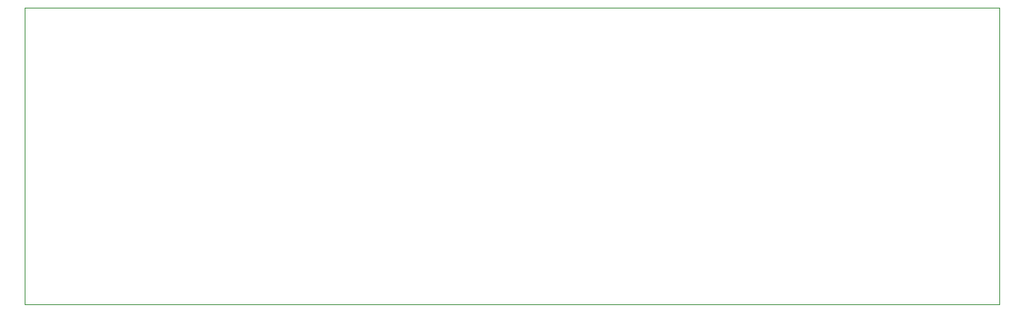
<source format=gbr>
%TF.GenerationSoftware,KiCad,Pcbnew,8.0.5*%
%TF.CreationDate,2025-03-27T16:57:56+00:00*%
%TF.ProjectId,UC_V4_4904-30028-06,55435f56-345f-4343-9930-342d33303032,rev?*%
%TF.SameCoordinates,Original*%
%TF.FileFunction,Profile,NP*%
%FSLAX46Y46*%
G04 Gerber Fmt 4.6, Leading zero omitted, Abs format (unit mm)*
G04 Created by KiCad (PCBNEW 8.0.5) date 2025-03-27 16:57:56*
%MOMM*%
%LPD*%
G01*
G04 APERTURE LIST*
%TA.AperFunction,Profile*%
%ADD10C,0.100000*%
%TD*%
G04 APERTURE END LIST*
D10*
X98618200Y-120748200D02*
X205618200Y-120748200D01*
X205618200Y-120748200D02*
X205618200Y-105648200D01*
X98618200Y-88148200D02*
X98618200Y-120748200D01*
X205618200Y-88148200D02*
X98618200Y-88148200D01*
X205618200Y-105648200D02*
X205618200Y-88148200D01*
M02*

</source>
